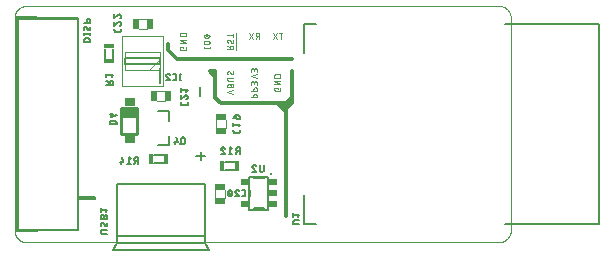
<source format=gbo>
G75*
%MOIN*%
%OFA0B0*%
%FSLAX25Y25*%
%IPPOS*%
%LPD*%
%AMOC8*
5,1,8,0,0,1.08239X$1,22.5*
%
%ADD10C,0.00000*%
%ADD11C,0.00400*%
%ADD12C,0.00800*%
%ADD13C,0.01200*%
%ADD14R,0.03740X0.01969*%
%ADD15C,0.00500*%
%ADD16R,0.01969X0.03740*%
%ADD17C,0.01000*%
%ADD18R,0.03346X0.02953*%
%ADD19R,0.05315X0.03543*%
%ADD20C,0.00600*%
%ADD21C,0.00197*%
%ADD22C,0.00394*%
%ADD23C,0.00787*%
%ADD24R,0.03400X0.01600*%
%ADD25R,0.01600X0.03400*%
%ADD26C,0.01000*%
%ADD27R,0.02559X0.01969*%
D10*
X0025622Y0017748D02*
X0183102Y0017748D01*
X0183226Y0017750D01*
X0183349Y0017756D01*
X0183473Y0017765D01*
X0183595Y0017779D01*
X0183718Y0017796D01*
X0183840Y0017818D01*
X0183961Y0017843D01*
X0184081Y0017872D01*
X0184200Y0017904D01*
X0184319Y0017941D01*
X0184436Y0017981D01*
X0184551Y0018024D01*
X0184666Y0018072D01*
X0184778Y0018123D01*
X0184889Y0018177D01*
X0184999Y0018235D01*
X0185106Y0018296D01*
X0185212Y0018361D01*
X0185315Y0018429D01*
X0185416Y0018500D01*
X0185515Y0018574D01*
X0185612Y0018651D01*
X0185706Y0018732D01*
X0185797Y0018815D01*
X0185886Y0018901D01*
X0185972Y0018990D01*
X0186055Y0019081D01*
X0186136Y0019175D01*
X0186213Y0019272D01*
X0186287Y0019371D01*
X0186358Y0019472D01*
X0186426Y0019575D01*
X0186491Y0019681D01*
X0186552Y0019788D01*
X0186610Y0019898D01*
X0186664Y0020009D01*
X0186715Y0020121D01*
X0186763Y0020236D01*
X0186806Y0020351D01*
X0186846Y0020468D01*
X0186883Y0020587D01*
X0186915Y0020706D01*
X0186944Y0020826D01*
X0186969Y0020947D01*
X0186991Y0021069D01*
X0187008Y0021192D01*
X0187022Y0021314D01*
X0187031Y0021438D01*
X0187037Y0021561D01*
X0187039Y0021685D01*
X0187039Y0092551D01*
X0187037Y0092675D01*
X0187031Y0092798D01*
X0187022Y0092922D01*
X0187008Y0093044D01*
X0186991Y0093167D01*
X0186969Y0093289D01*
X0186944Y0093410D01*
X0186915Y0093530D01*
X0186883Y0093649D01*
X0186846Y0093768D01*
X0186806Y0093885D01*
X0186763Y0094000D01*
X0186715Y0094115D01*
X0186664Y0094227D01*
X0186610Y0094338D01*
X0186552Y0094448D01*
X0186491Y0094555D01*
X0186426Y0094661D01*
X0186358Y0094764D01*
X0186287Y0094865D01*
X0186213Y0094964D01*
X0186136Y0095061D01*
X0186055Y0095155D01*
X0185972Y0095246D01*
X0185886Y0095335D01*
X0185797Y0095421D01*
X0185706Y0095504D01*
X0185612Y0095585D01*
X0185515Y0095662D01*
X0185416Y0095736D01*
X0185315Y0095807D01*
X0185212Y0095875D01*
X0185106Y0095940D01*
X0184999Y0096001D01*
X0184889Y0096059D01*
X0184778Y0096113D01*
X0184666Y0096164D01*
X0184551Y0096212D01*
X0184436Y0096255D01*
X0184319Y0096295D01*
X0184200Y0096332D01*
X0184081Y0096364D01*
X0183961Y0096393D01*
X0183840Y0096418D01*
X0183718Y0096440D01*
X0183595Y0096457D01*
X0183473Y0096471D01*
X0183349Y0096480D01*
X0183226Y0096486D01*
X0183102Y0096488D01*
X0025622Y0096488D01*
X0025498Y0096486D01*
X0025375Y0096480D01*
X0025251Y0096471D01*
X0025129Y0096457D01*
X0025006Y0096440D01*
X0024884Y0096418D01*
X0024763Y0096393D01*
X0024643Y0096364D01*
X0024524Y0096332D01*
X0024405Y0096295D01*
X0024288Y0096255D01*
X0024173Y0096212D01*
X0024058Y0096164D01*
X0023946Y0096113D01*
X0023835Y0096059D01*
X0023725Y0096001D01*
X0023618Y0095940D01*
X0023512Y0095875D01*
X0023409Y0095807D01*
X0023308Y0095736D01*
X0023209Y0095662D01*
X0023112Y0095585D01*
X0023018Y0095504D01*
X0022927Y0095421D01*
X0022838Y0095335D01*
X0022752Y0095246D01*
X0022669Y0095155D01*
X0022588Y0095061D01*
X0022511Y0094964D01*
X0022437Y0094865D01*
X0022366Y0094764D01*
X0022298Y0094661D01*
X0022233Y0094555D01*
X0022172Y0094448D01*
X0022114Y0094338D01*
X0022060Y0094227D01*
X0022009Y0094115D01*
X0021961Y0094000D01*
X0021918Y0093885D01*
X0021878Y0093768D01*
X0021841Y0093649D01*
X0021809Y0093530D01*
X0021780Y0093410D01*
X0021755Y0093289D01*
X0021733Y0093167D01*
X0021716Y0093044D01*
X0021702Y0092922D01*
X0021693Y0092798D01*
X0021687Y0092675D01*
X0021685Y0092551D01*
X0021685Y0021685D01*
X0021687Y0021561D01*
X0021693Y0021438D01*
X0021702Y0021314D01*
X0021716Y0021192D01*
X0021733Y0021069D01*
X0021755Y0020947D01*
X0021780Y0020826D01*
X0021809Y0020706D01*
X0021841Y0020587D01*
X0021878Y0020468D01*
X0021918Y0020351D01*
X0021961Y0020236D01*
X0022009Y0020121D01*
X0022060Y0020009D01*
X0022114Y0019898D01*
X0022172Y0019788D01*
X0022233Y0019681D01*
X0022298Y0019575D01*
X0022366Y0019472D01*
X0022437Y0019371D01*
X0022511Y0019272D01*
X0022588Y0019175D01*
X0022669Y0019081D01*
X0022752Y0018990D01*
X0022838Y0018901D01*
X0022927Y0018815D01*
X0023018Y0018732D01*
X0023112Y0018651D01*
X0023209Y0018574D01*
X0023308Y0018500D01*
X0023409Y0018429D01*
X0023512Y0018361D01*
X0023618Y0018296D01*
X0023725Y0018235D01*
X0023835Y0018177D01*
X0023946Y0018123D01*
X0024058Y0018072D01*
X0024173Y0018024D01*
X0024288Y0017981D01*
X0024405Y0017941D01*
X0024524Y0017904D01*
X0024643Y0017872D01*
X0024763Y0017843D01*
X0024884Y0017818D01*
X0025006Y0017796D01*
X0025129Y0017779D01*
X0025251Y0017765D01*
X0025375Y0017756D01*
X0025498Y0017750D01*
X0025622Y0017748D01*
D11*
X0088343Y0032449D02*
X0088343Y0035252D01*
X0091693Y0035252D02*
X0091693Y0032449D01*
X0092283Y0055717D02*
X0092283Y0058520D01*
X0088933Y0058520D02*
X0088933Y0055717D01*
X0071945Y0064669D02*
X0069142Y0064669D01*
X0069142Y0068020D02*
X0071945Y0068020D01*
X0092535Y0067677D02*
X0094535Y0068344D01*
X0094535Y0069403D02*
X0092535Y0069403D01*
X0092535Y0069959D01*
X0092537Y0070005D01*
X0092543Y0070051D01*
X0092552Y0070095D01*
X0092565Y0070140D01*
X0092582Y0070182D01*
X0092602Y0070224D01*
X0092626Y0070263D01*
X0092652Y0070301D01*
X0092682Y0070336D01*
X0092714Y0070368D01*
X0092749Y0070398D01*
X0092787Y0070424D01*
X0092826Y0070448D01*
X0092868Y0070468D01*
X0092910Y0070485D01*
X0092955Y0070498D01*
X0092999Y0070507D01*
X0093045Y0070513D01*
X0093091Y0070515D01*
X0093137Y0070513D01*
X0093183Y0070507D01*
X0093227Y0070498D01*
X0093272Y0070485D01*
X0093314Y0070468D01*
X0093356Y0070448D01*
X0093395Y0070424D01*
X0093433Y0070398D01*
X0093468Y0070368D01*
X0093500Y0070336D01*
X0093530Y0070301D01*
X0093556Y0070263D01*
X0093580Y0070224D01*
X0093600Y0070182D01*
X0093617Y0070140D01*
X0093630Y0070095D01*
X0093639Y0070051D01*
X0093645Y0070005D01*
X0093647Y0069959D01*
X0093647Y0069403D01*
X0093647Y0069959D02*
X0093649Y0070000D01*
X0093655Y0070041D01*
X0093664Y0070081D01*
X0093677Y0070119D01*
X0093694Y0070157D01*
X0093714Y0070193D01*
X0093737Y0070227D01*
X0093763Y0070258D01*
X0093792Y0070287D01*
X0093823Y0070313D01*
X0093857Y0070336D01*
X0093893Y0070356D01*
X0093931Y0070373D01*
X0093969Y0070386D01*
X0094009Y0070395D01*
X0094050Y0070401D01*
X0094091Y0070403D01*
X0094132Y0070401D01*
X0094173Y0070395D01*
X0094213Y0070386D01*
X0094251Y0070373D01*
X0094289Y0070356D01*
X0094325Y0070336D01*
X0094359Y0070313D01*
X0094390Y0070287D01*
X0094419Y0070258D01*
X0094445Y0070227D01*
X0094468Y0070193D01*
X0094488Y0070157D01*
X0094505Y0070119D01*
X0094518Y0070081D01*
X0094527Y0070041D01*
X0094533Y0070000D01*
X0094535Y0069959D01*
X0094535Y0069403D01*
X0094535Y0067011D02*
X0092535Y0067677D01*
X0093091Y0071514D02*
X0094535Y0071514D01*
X0094535Y0072625D02*
X0093091Y0072625D01*
X0093045Y0072623D01*
X0092999Y0072617D01*
X0092955Y0072608D01*
X0092910Y0072595D01*
X0092868Y0072578D01*
X0092826Y0072558D01*
X0092787Y0072534D01*
X0092749Y0072508D01*
X0092714Y0072478D01*
X0092682Y0072446D01*
X0092652Y0072411D01*
X0092626Y0072373D01*
X0092602Y0072334D01*
X0092582Y0072292D01*
X0092565Y0072250D01*
X0092552Y0072205D01*
X0092543Y0072161D01*
X0092537Y0072115D01*
X0092535Y0072069D01*
X0092537Y0072023D01*
X0092543Y0071977D01*
X0092552Y0071933D01*
X0092565Y0071888D01*
X0092582Y0071846D01*
X0092602Y0071804D01*
X0092626Y0071765D01*
X0092652Y0071727D01*
X0092682Y0071692D01*
X0092714Y0071660D01*
X0092749Y0071630D01*
X0092787Y0071604D01*
X0092826Y0071580D01*
X0092868Y0071560D01*
X0092910Y0071543D01*
X0092955Y0071530D01*
X0092999Y0071521D01*
X0093045Y0071515D01*
X0093091Y0071513D01*
X0093702Y0073951D02*
X0093369Y0074563D01*
X0092535Y0074340D02*
X0092537Y0074283D01*
X0092542Y0074226D01*
X0092551Y0074170D01*
X0092563Y0074114D01*
X0092578Y0074059D01*
X0092597Y0074005D01*
X0092619Y0073953D01*
X0092644Y0073901D01*
X0092672Y0073852D01*
X0092703Y0073804D01*
X0092737Y0073758D01*
X0092774Y0073715D01*
X0092813Y0073673D01*
X0093369Y0074562D02*
X0093347Y0074595D01*
X0093323Y0074625D01*
X0093297Y0074654D01*
X0093268Y0074680D01*
X0093237Y0074704D01*
X0093204Y0074725D01*
X0093169Y0074742D01*
X0093133Y0074757D01*
X0093096Y0074769D01*
X0093058Y0074777D01*
X0093019Y0074782D01*
X0092980Y0074784D01*
X0092939Y0074782D01*
X0092898Y0074776D01*
X0092858Y0074767D01*
X0092820Y0074754D01*
X0092782Y0074737D01*
X0092746Y0074717D01*
X0092712Y0074694D01*
X0092681Y0074668D01*
X0092652Y0074639D01*
X0092626Y0074608D01*
X0092603Y0074574D01*
X0092583Y0074538D01*
X0092566Y0074500D01*
X0092553Y0074462D01*
X0092544Y0074422D01*
X0092538Y0074381D01*
X0092536Y0074340D01*
X0094368Y0074674D02*
X0094399Y0074630D01*
X0094427Y0074584D01*
X0094452Y0074537D01*
X0094474Y0074488D01*
X0094492Y0074437D01*
X0094508Y0074386D01*
X0094520Y0074334D01*
X0094528Y0074281D01*
X0094533Y0074228D01*
X0094535Y0074174D01*
X0094533Y0074133D01*
X0094527Y0074092D01*
X0094518Y0074053D01*
X0094505Y0074014D01*
X0094488Y0073976D01*
X0094469Y0073940D01*
X0094445Y0073906D01*
X0094419Y0073875D01*
X0094390Y0073846D01*
X0094359Y0073820D01*
X0094325Y0073797D01*
X0094289Y0073777D01*
X0094251Y0073760D01*
X0094213Y0073747D01*
X0094173Y0073738D01*
X0094132Y0073732D01*
X0094091Y0073730D01*
X0094052Y0073732D01*
X0094013Y0073737D01*
X0093975Y0073745D01*
X0093938Y0073757D01*
X0093902Y0073772D01*
X0093867Y0073789D01*
X0093834Y0073810D01*
X0093803Y0073834D01*
X0093774Y0073860D01*
X0093748Y0073889D01*
X0093724Y0073919D01*
X0093702Y0073952D01*
X0100409Y0074601D02*
X0100409Y0075157D01*
X0100411Y0075203D01*
X0100417Y0075249D01*
X0100426Y0075293D01*
X0100439Y0075338D01*
X0100456Y0075380D01*
X0100476Y0075422D01*
X0100500Y0075461D01*
X0100526Y0075499D01*
X0100556Y0075534D01*
X0100588Y0075566D01*
X0100623Y0075596D01*
X0100661Y0075622D01*
X0100700Y0075646D01*
X0100742Y0075666D01*
X0100784Y0075683D01*
X0100829Y0075696D01*
X0100873Y0075705D01*
X0100919Y0075711D01*
X0100965Y0075713D01*
X0101011Y0075711D01*
X0101057Y0075705D01*
X0101101Y0075696D01*
X0101146Y0075683D01*
X0101188Y0075666D01*
X0101230Y0075646D01*
X0101269Y0075622D01*
X0101307Y0075596D01*
X0101342Y0075566D01*
X0101374Y0075534D01*
X0101404Y0075499D01*
X0101430Y0075461D01*
X0101454Y0075422D01*
X0101474Y0075380D01*
X0101491Y0075338D01*
X0101504Y0075293D01*
X0101513Y0075249D01*
X0101519Y0075203D01*
X0101521Y0075157D01*
X0101521Y0075268D02*
X0101521Y0074824D01*
X0101521Y0075268D02*
X0101523Y0075309D01*
X0101529Y0075350D01*
X0101538Y0075390D01*
X0101551Y0075428D01*
X0101568Y0075466D01*
X0101588Y0075502D01*
X0101611Y0075536D01*
X0101637Y0075567D01*
X0101666Y0075596D01*
X0101697Y0075622D01*
X0101731Y0075645D01*
X0101767Y0075665D01*
X0101805Y0075682D01*
X0101843Y0075695D01*
X0101883Y0075704D01*
X0101924Y0075710D01*
X0101965Y0075712D01*
X0102006Y0075710D01*
X0102047Y0075704D01*
X0102087Y0075695D01*
X0102125Y0075682D01*
X0102163Y0075665D01*
X0102199Y0075645D01*
X0102233Y0075622D01*
X0102264Y0075596D01*
X0102293Y0075567D01*
X0102319Y0075536D01*
X0102342Y0075502D01*
X0102362Y0075466D01*
X0102379Y0075428D01*
X0102392Y0075390D01*
X0102401Y0075350D01*
X0102407Y0075309D01*
X0102409Y0075268D01*
X0102409Y0074601D01*
X0102409Y0073664D02*
X0100409Y0072997D01*
X0102409Y0072330D01*
X0102409Y0070948D02*
X0102409Y0070281D01*
X0102409Y0070948D02*
X0102407Y0070989D01*
X0102401Y0071030D01*
X0102392Y0071070D01*
X0102379Y0071108D01*
X0102362Y0071146D01*
X0102342Y0071182D01*
X0102319Y0071216D01*
X0102293Y0071247D01*
X0102264Y0071276D01*
X0102233Y0071302D01*
X0102199Y0071325D01*
X0102163Y0071345D01*
X0102125Y0071362D01*
X0102087Y0071375D01*
X0102047Y0071384D01*
X0102006Y0071390D01*
X0101965Y0071392D01*
X0101924Y0071390D01*
X0101883Y0071384D01*
X0101843Y0071375D01*
X0101805Y0071362D01*
X0101767Y0071345D01*
X0101731Y0071325D01*
X0101697Y0071302D01*
X0101666Y0071276D01*
X0101637Y0071247D01*
X0101611Y0071216D01*
X0101588Y0071182D01*
X0101568Y0071146D01*
X0101551Y0071108D01*
X0101538Y0071070D01*
X0101529Y0071030D01*
X0101523Y0070989D01*
X0101521Y0070948D01*
X0101521Y0070504D01*
X0101521Y0070837D02*
X0101519Y0070883D01*
X0101513Y0070929D01*
X0101504Y0070973D01*
X0101491Y0071018D01*
X0101474Y0071060D01*
X0101454Y0071102D01*
X0101430Y0071141D01*
X0101404Y0071179D01*
X0101374Y0071214D01*
X0101342Y0071246D01*
X0101307Y0071276D01*
X0101269Y0071302D01*
X0101230Y0071326D01*
X0101188Y0071346D01*
X0101146Y0071363D01*
X0101101Y0071376D01*
X0101057Y0071385D01*
X0101011Y0071391D01*
X0100965Y0071393D01*
X0100919Y0071391D01*
X0100873Y0071385D01*
X0100829Y0071376D01*
X0100784Y0071363D01*
X0100742Y0071346D01*
X0100700Y0071326D01*
X0100661Y0071302D01*
X0100623Y0071276D01*
X0100588Y0071246D01*
X0100556Y0071214D01*
X0100526Y0071179D01*
X0100500Y0071141D01*
X0100476Y0071102D01*
X0100456Y0071060D01*
X0100439Y0071018D01*
X0100426Y0070973D01*
X0100417Y0070929D01*
X0100411Y0070883D01*
X0100409Y0070837D01*
X0100409Y0070281D01*
X0101298Y0068798D02*
X0101298Y0068243D01*
X0101298Y0068798D02*
X0101300Y0068844D01*
X0101306Y0068890D01*
X0101315Y0068934D01*
X0101328Y0068979D01*
X0101345Y0069021D01*
X0101365Y0069063D01*
X0101389Y0069102D01*
X0101415Y0069140D01*
X0101445Y0069175D01*
X0101477Y0069207D01*
X0101512Y0069237D01*
X0101550Y0069263D01*
X0101589Y0069287D01*
X0101631Y0069307D01*
X0101673Y0069324D01*
X0101718Y0069337D01*
X0101762Y0069346D01*
X0101808Y0069352D01*
X0101854Y0069354D01*
X0101900Y0069352D01*
X0101946Y0069346D01*
X0101990Y0069337D01*
X0102035Y0069324D01*
X0102077Y0069307D01*
X0102119Y0069287D01*
X0102158Y0069263D01*
X0102196Y0069237D01*
X0102231Y0069207D01*
X0102263Y0069175D01*
X0102293Y0069140D01*
X0102319Y0069102D01*
X0102343Y0069063D01*
X0102363Y0069021D01*
X0102380Y0068979D01*
X0102393Y0068934D01*
X0102402Y0068890D01*
X0102408Y0068844D01*
X0102410Y0068798D01*
X0102409Y0068798D02*
X0102409Y0068243D01*
X0100409Y0068243D01*
X0101298Y0066638D02*
X0101298Y0066083D01*
X0101298Y0066638D02*
X0101300Y0066684D01*
X0101306Y0066730D01*
X0101315Y0066774D01*
X0101328Y0066819D01*
X0101345Y0066861D01*
X0101365Y0066903D01*
X0101389Y0066942D01*
X0101415Y0066980D01*
X0101445Y0067015D01*
X0101477Y0067047D01*
X0101512Y0067077D01*
X0101550Y0067103D01*
X0101589Y0067127D01*
X0101631Y0067147D01*
X0101673Y0067164D01*
X0101718Y0067177D01*
X0101762Y0067186D01*
X0101808Y0067192D01*
X0101854Y0067194D01*
X0101900Y0067192D01*
X0101946Y0067186D01*
X0101990Y0067177D01*
X0102035Y0067164D01*
X0102077Y0067147D01*
X0102119Y0067127D01*
X0102158Y0067103D01*
X0102196Y0067077D01*
X0102231Y0067047D01*
X0102263Y0067015D01*
X0102293Y0066980D01*
X0102319Y0066942D01*
X0102343Y0066903D01*
X0102363Y0066861D01*
X0102380Y0066819D01*
X0102393Y0066774D01*
X0102402Y0066730D01*
X0102408Y0066684D01*
X0102410Y0066638D01*
X0102409Y0066638D02*
X0102409Y0066083D01*
X0100409Y0066083D01*
X0108283Y0068483D02*
X0108283Y0069149D01*
X0109395Y0069149D01*
X0109395Y0068816D01*
X0109839Y0068039D02*
X0109880Y0068041D01*
X0109921Y0068047D01*
X0109961Y0068056D01*
X0109999Y0068069D01*
X0110037Y0068086D01*
X0110073Y0068106D01*
X0110107Y0068129D01*
X0110138Y0068155D01*
X0110167Y0068184D01*
X0110193Y0068215D01*
X0110216Y0068249D01*
X0110236Y0068285D01*
X0110253Y0068323D01*
X0110266Y0068361D01*
X0110275Y0068401D01*
X0110281Y0068442D01*
X0110283Y0068483D01*
X0110283Y0069149D01*
X0110283Y0070342D02*
X0108283Y0070342D01*
X0108283Y0071453D02*
X0110283Y0071453D01*
X0110283Y0070342D02*
X0108283Y0071453D01*
X0108283Y0072646D02*
X0108283Y0073202D01*
X0108283Y0072646D02*
X0110283Y0072646D01*
X0110283Y0073202D01*
X0110284Y0073202D02*
X0110282Y0073248D01*
X0110276Y0073294D01*
X0110267Y0073338D01*
X0110254Y0073383D01*
X0110237Y0073425D01*
X0110217Y0073467D01*
X0110193Y0073506D01*
X0110167Y0073544D01*
X0110137Y0073579D01*
X0110105Y0073611D01*
X0110070Y0073641D01*
X0110032Y0073667D01*
X0109993Y0073691D01*
X0109951Y0073711D01*
X0109909Y0073728D01*
X0109864Y0073741D01*
X0109820Y0073750D01*
X0109774Y0073756D01*
X0109728Y0073758D01*
X0109728Y0073757D02*
X0108839Y0073757D01*
X0108839Y0073758D02*
X0108793Y0073756D01*
X0108747Y0073750D01*
X0108703Y0073741D01*
X0108658Y0073728D01*
X0108616Y0073711D01*
X0108574Y0073691D01*
X0108535Y0073667D01*
X0108497Y0073641D01*
X0108462Y0073611D01*
X0108430Y0073579D01*
X0108400Y0073544D01*
X0108374Y0073506D01*
X0108350Y0073467D01*
X0108330Y0073425D01*
X0108313Y0073383D01*
X0108300Y0073338D01*
X0108291Y0073294D01*
X0108285Y0073248D01*
X0108283Y0073202D01*
X0108284Y0068483D02*
X0108286Y0068442D01*
X0108292Y0068401D01*
X0108301Y0068361D01*
X0108314Y0068323D01*
X0108331Y0068285D01*
X0108351Y0068249D01*
X0108374Y0068215D01*
X0108400Y0068184D01*
X0108429Y0068155D01*
X0108460Y0068129D01*
X0108494Y0068106D01*
X0108530Y0068086D01*
X0108568Y0068069D01*
X0108606Y0068056D01*
X0108646Y0068047D01*
X0108687Y0068041D01*
X0108728Y0068039D01*
X0108728Y0068038D02*
X0109839Y0068038D01*
X0095335Y0081916D02*
X0095335Y0087438D01*
X0094535Y0087238D02*
X0094535Y0086127D01*
X0094535Y0086682D02*
X0092535Y0086682D01*
X0093369Y0085072D02*
X0093702Y0084461D01*
X0094535Y0084683D02*
X0094533Y0084737D01*
X0094528Y0084790D01*
X0094520Y0084843D01*
X0094508Y0084895D01*
X0094492Y0084946D01*
X0094474Y0084997D01*
X0094452Y0085046D01*
X0094427Y0085093D01*
X0094399Y0085139D01*
X0094368Y0085183D01*
X0093702Y0084461D02*
X0093724Y0084428D01*
X0093748Y0084398D01*
X0093774Y0084369D01*
X0093803Y0084343D01*
X0093834Y0084319D01*
X0093867Y0084298D01*
X0093902Y0084281D01*
X0093938Y0084266D01*
X0093975Y0084254D01*
X0094013Y0084246D01*
X0094052Y0084241D01*
X0094091Y0084239D01*
X0094132Y0084241D01*
X0094173Y0084247D01*
X0094213Y0084256D01*
X0094251Y0084269D01*
X0094289Y0084286D01*
X0094325Y0084306D01*
X0094359Y0084329D01*
X0094390Y0084355D01*
X0094419Y0084384D01*
X0094445Y0084415D01*
X0094469Y0084449D01*
X0094488Y0084485D01*
X0094505Y0084523D01*
X0094518Y0084562D01*
X0094527Y0084601D01*
X0094533Y0084642D01*
X0094535Y0084683D01*
X0092813Y0084183D02*
X0092774Y0084225D01*
X0092737Y0084268D01*
X0092703Y0084314D01*
X0092672Y0084362D01*
X0092644Y0084411D01*
X0092619Y0084463D01*
X0092597Y0084515D01*
X0092578Y0084569D01*
X0092563Y0084624D01*
X0092551Y0084680D01*
X0092542Y0084736D01*
X0092537Y0084793D01*
X0092535Y0084850D01*
X0092536Y0084850D02*
X0092538Y0084891D01*
X0092544Y0084932D01*
X0092553Y0084972D01*
X0092566Y0085010D01*
X0092583Y0085048D01*
X0092603Y0085084D01*
X0092626Y0085118D01*
X0092652Y0085149D01*
X0092681Y0085178D01*
X0092712Y0085204D01*
X0092746Y0085227D01*
X0092782Y0085247D01*
X0092820Y0085264D01*
X0092858Y0085277D01*
X0092898Y0085286D01*
X0092939Y0085292D01*
X0092980Y0085294D01*
X0093019Y0085292D01*
X0093058Y0085287D01*
X0093096Y0085279D01*
X0093133Y0085267D01*
X0093169Y0085252D01*
X0093204Y0085235D01*
X0093237Y0085214D01*
X0093268Y0085190D01*
X0093297Y0085164D01*
X0093323Y0085135D01*
X0093347Y0085105D01*
X0093369Y0085072D01*
X0092535Y0083227D02*
X0093424Y0082783D01*
X0093424Y0082672D02*
X0093424Y0082116D01*
X0093424Y0082672D02*
X0093426Y0082718D01*
X0093432Y0082764D01*
X0093441Y0082808D01*
X0093454Y0082853D01*
X0093471Y0082895D01*
X0093491Y0082937D01*
X0093515Y0082976D01*
X0093541Y0083014D01*
X0093571Y0083049D01*
X0093603Y0083081D01*
X0093638Y0083111D01*
X0093676Y0083137D01*
X0093715Y0083161D01*
X0093757Y0083181D01*
X0093799Y0083198D01*
X0093844Y0083211D01*
X0093888Y0083220D01*
X0093934Y0083226D01*
X0093980Y0083228D01*
X0094026Y0083226D01*
X0094072Y0083220D01*
X0094116Y0083211D01*
X0094161Y0083198D01*
X0094203Y0083181D01*
X0094245Y0083161D01*
X0094284Y0083137D01*
X0094322Y0083111D01*
X0094357Y0083081D01*
X0094389Y0083049D01*
X0094419Y0083014D01*
X0094445Y0082976D01*
X0094469Y0082937D01*
X0094489Y0082895D01*
X0094506Y0082853D01*
X0094519Y0082808D01*
X0094528Y0082764D01*
X0094534Y0082718D01*
X0094536Y0082672D01*
X0094535Y0082672D02*
X0094535Y0082116D01*
X0092535Y0082116D01*
X0086661Y0082344D02*
X0086661Y0082789D01*
X0086661Y0082567D02*
X0084661Y0082567D01*
X0084661Y0082789D02*
X0084661Y0082344D01*
X0085217Y0083739D02*
X0086106Y0083739D01*
X0086152Y0083741D01*
X0086198Y0083747D01*
X0086242Y0083756D01*
X0086287Y0083769D01*
X0086329Y0083786D01*
X0086371Y0083806D01*
X0086410Y0083830D01*
X0086448Y0083856D01*
X0086483Y0083886D01*
X0086515Y0083918D01*
X0086545Y0083953D01*
X0086571Y0083991D01*
X0086595Y0084030D01*
X0086615Y0084072D01*
X0086632Y0084114D01*
X0086645Y0084159D01*
X0086654Y0084203D01*
X0086660Y0084249D01*
X0086662Y0084295D01*
X0086660Y0084341D01*
X0086654Y0084387D01*
X0086645Y0084431D01*
X0086632Y0084476D01*
X0086615Y0084518D01*
X0086595Y0084560D01*
X0086571Y0084599D01*
X0086545Y0084637D01*
X0086515Y0084672D01*
X0086483Y0084704D01*
X0086448Y0084734D01*
X0086410Y0084760D01*
X0086371Y0084784D01*
X0086329Y0084804D01*
X0086287Y0084821D01*
X0086242Y0084834D01*
X0086198Y0084843D01*
X0086152Y0084849D01*
X0086106Y0084851D01*
X0086106Y0084850D02*
X0085217Y0084850D01*
X0085217Y0084851D02*
X0085171Y0084849D01*
X0085125Y0084843D01*
X0085081Y0084834D01*
X0085036Y0084821D01*
X0084994Y0084804D01*
X0084952Y0084784D01*
X0084913Y0084760D01*
X0084875Y0084734D01*
X0084840Y0084704D01*
X0084808Y0084672D01*
X0084778Y0084637D01*
X0084752Y0084599D01*
X0084728Y0084560D01*
X0084708Y0084518D01*
X0084691Y0084476D01*
X0084678Y0084431D01*
X0084669Y0084387D01*
X0084663Y0084341D01*
X0084661Y0084295D01*
X0084663Y0084249D01*
X0084669Y0084203D01*
X0084678Y0084159D01*
X0084691Y0084114D01*
X0084708Y0084072D01*
X0084728Y0084030D01*
X0084752Y0083991D01*
X0084778Y0083953D01*
X0084808Y0083918D01*
X0084840Y0083886D01*
X0084875Y0083856D01*
X0084913Y0083830D01*
X0084952Y0083806D01*
X0084994Y0083786D01*
X0085036Y0083769D01*
X0085081Y0083756D01*
X0085125Y0083747D01*
X0085171Y0083741D01*
X0085217Y0083739D01*
X0084939Y0086843D02*
X0085007Y0086875D01*
X0085076Y0086903D01*
X0085146Y0086928D01*
X0085218Y0086949D01*
X0085290Y0086968D01*
X0085364Y0086983D01*
X0085437Y0086995D01*
X0085512Y0087003D01*
X0085586Y0087008D01*
X0085661Y0087010D01*
X0085661Y0085899D02*
X0085736Y0085901D01*
X0085810Y0085906D01*
X0085885Y0085914D01*
X0085958Y0085926D01*
X0086032Y0085941D01*
X0086104Y0085960D01*
X0086176Y0085981D01*
X0086246Y0086006D01*
X0086315Y0086034D01*
X0086383Y0086066D01*
X0086661Y0086454D02*
X0086659Y0086493D01*
X0086654Y0086532D01*
X0086644Y0086570D01*
X0086631Y0086607D01*
X0086615Y0086643D01*
X0086595Y0086677D01*
X0086573Y0086709D01*
X0086547Y0086738D01*
X0086519Y0086765D01*
X0086488Y0086789D01*
X0086455Y0086810D01*
X0086420Y0086828D01*
X0086383Y0086843D01*
X0086217Y0086899D02*
X0085106Y0086010D01*
X0084662Y0086454D02*
X0084664Y0086493D01*
X0084669Y0086532D01*
X0084679Y0086570D01*
X0084692Y0086607D01*
X0084708Y0086643D01*
X0084728Y0086677D01*
X0084750Y0086709D01*
X0084776Y0086738D01*
X0084804Y0086765D01*
X0084835Y0086789D01*
X0084868Y0086810D01*
X0084903Y0086828D01*
X0084940Y0086843D01*
X0084662Y0086454D02*
X0084664Y0086415D01*
X0084669Y0086376D01*
X0084679Y0086338D01*
X0084692Y0086301D01*
X0084708Y0086265D01*
X0084728Y0086231D01*
X0084750Y0086199D01*
X0084776Y0086170D01*
X0084804Y0086143D01*
X0084835Y0086119D01*
X0084868Y0086098D01*
X0084903Y0086080D01*
X0084940Y0086065D01*
X0085661Y0087010D02*
X0085736Y0087008D01*
X0085810Y0087003D01*
X0085885Y0086995D01*
X0085958Y0086983D01*
X0086032Y0086968D01*
X0086104Y0086949D01*
X0086176Y0086928D01*
X0086246Y0086903D01*
X0086315Y0086875D01*
X0086383Y0086843D01*
X0086661Y0086454D02*
X0086659Y0086415D01*
X0086654Y0086376D01*
X0086644Y0086338D01*
X0086631Y0086301D01*
X0086615Y0086265D01*
X0086595Y0086231D01*
X0086573Y0086199D01*
X0086547Y0086170D01*
X0086519Y0086143D01*
X0086488Y0086119D01*
X0086455Y0086098D01*
X0086420Y0086080D01*
X0086383Y0086065D01*
X0085661Y0085899D02*
X0085586Y0085901D01*
X0085512Y0085906D01*
X0085437Y0085914D01*
X0085364Y0085926D01*
X0085290Y0085941D01*
X0085218Y0085960D01*
X0085147Y0085981D01*
X0085076Y0086006D01*
X0085007Y0086034D01*
X0084939Y0086066D01*
X0078787Y0086426D02*
X0078787Y0086981D01*
X0078788Y0086981D02*
X0078786Y0087027D01*
X0078780Y0087073D01*
X0078771Y0087117D01*
X0078758Y0087162D01*
X0078741Y0087204D01*
X0078721Y0087246D01*
X0078697Y0087285D01*
X0078671Y0087323D01*
X0078641Y0087358D01*
X0078609Y0087390D01*
X0078574Y0087420D01*
X0078536Y0087446D01*
X0078497Y0087470D01*
X0078455Y0087490D01*
X0078413Y0087507D01*
X0078368Y0087520D01*
X0078324Y0087529D01*
X0078278Y0087535D01*
X0078232Y0087537D01*
X0077343Y0087537D01*
X0077297Y0087535D01*
X0077251Y0087529D01*
X0077207Y0087520D01*
X0077162Y0087507D01*
X0077120Y0087490D01*
X0077078Y0087470D01*
X0077039Y0087446D01*
X0077001Y0087420D01*
X0076966Y0087390D01*
X0076934Y0087358D01*
X0076904Y0087323D01*
X0076878Y0087285D01*
X0076854Y0087246D01*
X0076834Y0087204D01*
X0076817Y0087162D01*
X0076804Y0087117D01*
X0076795Y0087073D01*
X0076789Y0087027D01*
X0076787Y0086981D01*
X0076787Y0086426D01*
X0078787Y0086426D01*
X0078787Y0085233D02*
X0076787Y0085233D01*
X0078787Y0084122D01*
X0076787Y0084122D01*
X0076787Y0082929D02*
X0076787Y0082262D01*
X0076788Y0082262D02*
X0076790Y0082221D01*
X0076796Y0082180D01*
X0076805Y0082140D01*
X0076818Y0082102D01*
X0076835Y0082064D01*
X0076855Y0082028D01*
X0076878Y0081994D01*
X0076904Y0081963D01*
X0076933Y0081934D01*
X0076964Y0081908D01*
X0076998Y0081885D01*
X0077034Y0081865D01*
X0077072Y0081848D01*
X0077110Y0081835D01*
X0077150Y0081826D01*
X0077191Y0081820D01*
X0077232Y0081818D01*
X0078343Y0081818D01*
X0078384Y0081820D01*
X0078425Y0081826D01*
X0078465Y0081835D01*
X0078503Y0081848D01*
X0078541Y0081865D01*
X0078577Y0081885D01*
X0078611Y0081908D01*
X0078642Y0081934D01*
X0078671Y0081963D01*
X0078697Y0081994D01*
X0078720Y0082028D01*
X0078740Y0082064D01*
X0078757Y0082102D01*
X0078770Y0082140D01*
X0078779Y0082180D01*
X0078785Y0082221D01*
X0078787Y0082262D01*
X0078787Y0082929D01*
X0077899Y0082929D02*
X0077899Y0082595D01*
X0077899Y0082929D02*
X0076787Y0082929D01*
X0065882Y0088736D02*
X0063079Y0088736D01*
X0063079Y0092087D02*
X0065882Y0092087D01*
X0099729Y0087646D02*
X0101062Y0085646D01*
X0101979Y0085646D02*
X0102423Y0086535D01*
X0102534Y0086535D02*
X0103090Y0086535D01*
X0102534Y0086534D02*
X0102488Y0086536D01*
X0102442Y0086542D01*
X0102398Y0086551D01*
X0102353Y0086564D01*
X0102311Y0086581D01*
X0102269Y0086601D01*
X0102230Y0086625D01*
X0102192Y0086651D01*
X0102157Y0086681D01*
X0102125Y0086713D01*
X0102095Y0086748D01*
X0102069Y0086786D01*
X0102045Y0086825D01*
X0102025Y0086867D01*
X0102008Y0086909D01*
X0101995Y0086954D01*
X0101986Y0086998D01*
X0101980Y0087044D01*
X0101978Y0087090D01*
X0101980Y0087136D01*
X0101986Y0087182D01*
X0101995Y0087226D01*
X0102008Y0087271D01*
X0102025Y0087313D01*
X0102045Y0087355D01*
X0102069Y0087394D01*
X0102095Y0087432D01*
X0102125Y0087467D01*
X0102157Y0087499D01*
X0102192Y0087529D01*
X0102230Y0087555D01*
X0102269Y0087579D01*
X0102311Y0087599D01*
X0102353Y0087616D01*
X0102398Y0087629D01*
X0102442Y0087638D01*
X0102488Y0087644D01*
X0102534Y0087646D01*
X0103090Y0087646D01*
X0103090Y0085646D01*
X0101062Y0087646D02*
X0099729Y0085646D01*
X0107664Y0085646D02*
X0108998Y0087646D01*
X0109791Y0087646D02*
X0110903Y0087646D01*
X0110347Y0087646D02*
X0110347Y0085646D01*
X0108998Y0085646D02*
X0107664Y0087646D01*
D12*
X0083620Y0069345D02*
X0083620Y0066545D01*
X0083693Y0047815D02*
X0083693Y0045015D01*
X0085093Y0046415D02*
X0082293Y0046415D01*
X0101372Y0039087D02*
X0104754Y0039087D01*
X0100272Y0035143D02*
X0100272Y0033030D01*
X0101372Y0029087D02*
X0104754Y0029087D01*
D13*
X0112236Y0026606D02*
X0112236Y0061055D01*
X0112236Y0062039D01*
X0113220Y0063024D01*
X0111252Y0063024D01*
X0112236Y0062039D01*
X0112236Y0061055D02*
X0110268Y0063024D01*
X0111252Y0063024D01*
X0110268Y0063024D02*
X0109283Y0064008D01*
X0112236Y0064008D01*
X0114205Y0065976D01*
X0114205Y0064992D01*
X0113220Y0064008D01*
X0114205Y0064008D01*
X0113220Y0063024D01*
X0113220Y0064008D02*
X0112236Y0064008D01*
X0114205Y0064008D02*
X0114205Y0064992D01*
X0114205Y0065976D02*
X0114205Y0074835D01*
X0114205Y0078772D02*
X0075819Y0078772D01*
X0072866Y0081724D01*
X0072866Y0083693D01*
X0086646Y0074835D02*
X0088614Y0072866D01*
X0088614Y0074835D01*
X0086646Y0074835D01*
X0088614Y0072866D02*
X0088614Y0065976D01*
X0090583Y0064008D01*
X0109283Y0064008D01*
D14*
X0090603Y0059403D03*
X0090603Y0054803D03*
X0090012Y0036135D03*
X0090012Y0031535D03*
D15*
X0093849Y0033319D02*
X0093884Y0033396D01*
X0093916Y0033474D01*
X0093944Y0033554D01*
X0093969Y0033634D01*
X0093989Y0033716D01*
X0094006Y0033799D01*
X0094020Y0033882D01*
X0094029Y0033966D01*
X0094035Y0034050D01*
X0094037Y0034134D01*
X0092784Y0034134D02*
X0092786Y0034218D01*
X0092792Y0034302D01*
X0092801Y0034386D01*
X0092815Y0034469D01*
X0092832Y0034552D01*
X0092852Y0034634D01*
X0092877Y0034714D01*
X0092905Y0034794D01*
X0092937Y0034872D01*
X0092972Y0034949D01*
X0092909Y0034760D02*
X0093912Y0033507D01*
X0093411Y0033006D02*
X0093370Y0033008D01*
X0093329Y0033013D01*
X0093289Y0033022D01*
X0093250Y0033035D01*
X0093212Y0033051D01*
X0093176Y0033070D01*
X0093141Y0033092D01*
X0093109Y0033118D01*
X0093079Y0033146D01*
X0093052Y0033177D01*
X0093027Y0033209D01*
X0093005Y0033244D01*
X0092987Y0033281D01*
X0092972Y0033320D01*
X0093411Y0033006D02*
X0093452Y0033008D01*
X0093493Y0033013D01*
X0093533Y0033022D01*
X0093572Y0033035D01*
X0093610Y0033051D01*
X0093646Y0033070D01*
X0093681Y0033092D01*
X0093713Y0033118D01*
X0093743Y0033146D01*
X0093770Y0033177D01*
X0093795Y0033209D01*
X0093817Y0033244D01*
X0093835Y0033281D01*
X0093850Y0033320D01*
X0092972Y0033319D02*
X0092937Y0033396D01*
X0092905Y0033474D01*
X0092877Y0033554D01*
X0092852Y0033634D01*
X0092832Y0033716D01*
X0092815Y0033799D01*
X0092801Y0033882D01*
X0092792Y0033966D01*
X0092786Y0034050D01*
X0092784Y0034134D01*
X0094037Y0034134D02*
X0094035Y0034218D01*
X0094029Y0034302D01*
X0094020Y0034386D01*
X0094006Y0034469D01*
X0093989Y0034552D01*
X0093969Y0034634D01*
X0093944Y0034714D01*
X0093916Y0034794D01*
X0093884Y0034872D01*
X0093849Y0034949D01*
X0093411Y0035262D02*
X0093370Y0035260D01*
X0093329Y0035255D01*
X0093289Y0035246D01*
X0093250Y0035233D01*
X0093212Y0035217D01*
X0093176Y0035198D01*
X0093141Y0035176D01*
X0093109Y0035150D01*
X0093079Y0035122D01*
X0093052Y0035091D01*
X0093027Y0035059D01*
X0093005Y0035024D01*
X0092987Y0034987D01*
X0092972Y0034948D01*
X0093411Y0035262D02*
X0093452Y0035260D01*
X0093493Y0035255D01*
X0093533Y0035246D01*
X0093572Y0035233D01*
X0093610Y0035217D01*
X0093646Y0035198D01*
X0093681Y0035176D01*
X0093713Y0035150D01*
X0093743Y0035122D01*
X0093770Y0035091D01*
X0093795Y0035058D01*
X0093817Y0035023D01*
X0093835Y0034987D01*
X0093850Y0034948D01*
X0095452Y0034259D02*
X0096518Y0033006D01*
X0095264Y0033006D01*
X0097594Y0033006D02*
X0098095Y0033006D01*
X0098139Y0033008D01*
X0098182Y0033014D01*
X0098225Y0033023D01*
X0098266Y0033036D01*
X0098307Y0033053D01*
X0098346Y0033073D01*
X0098382Y0033097D01*
X0098417Y0033123D01*
X0098449Y0033153D01*
X0098479Y0033185D01*
X0098505Y0033220D01*
X0098529Y0033257D01*
X0098549Y0033295D01*
X0098566Y0033336D01*
X0098579Y0033377D01*
X0098588Y0033420D01*
X0098594Y0033463D01*
X0098596Y0033507D01*
X0098596Y0034760D01*
X0098594Y0034804D01*
X0098588Y0034847D01*
X0098579Y0034890D01*
X0098566Y0034931D01*
X0098549Y0034972D01*
X0098529Y0035011D01*
X0098505Y0035047D01*
X0098479Y0035082D01*
X0098449Y0035114D01*
X0098417Y0035144D01*
X0098382Y0035170D01*
X0098346Y0035194D01*
X0098307Y0035214D01*
X0098266Y0035231D01*
X0098225Y0035244D01*
X0098182Y0035253D01*
X0098139Y0035259D01*
X0098095Y0035261D01*
X0098095Y0035262D02*
X0097594Y0035262D01*
X0095452Y0034259D02*
X0095421Y0034291D01*
X0095392Y0034325D01*
X0095366Y0034361D01*
X0095343Y0034399D01*
X0095322Y0034439D01*
X0095305Y0034480D01*
X0095290Y0034522D01*
X0095279Y0034565D01*
X0095271Y0034609D01*
X0095266Y0034653D01*
X0095264Y0034698D01*
X0095266Y0034745D01*
X0095272Y0034791D01*
X0095281Y0034836D01*
X0095295Y0034881D01*
X0095312Y0034925D01*
X0095332Y0034966D01*
X0095356Y0035006D01*
X0095383Y0035044D01*
X0095413Y0035080D01*
X0095446Y0035113D01*
X0095482Y0035143D01*
X0095520Y0035170D01*
X0095560Y0035194D01*
X0095601Y0035214D01*
X0095645Y0035231D01*
X0095690Y0035245D01*
X0095735Y0035254D01*
X0095781Y0035260D01*
X0095828Y0035262D01*
X0095879Y0035260D01*
X0095929Y0035255D01*
X0095979Y0035246D01*
X0096028Y0035234D01*
X0096076Y0035218D01*
X0096123Y0035199D01*
X0096169Y0035177D01*
X0096212Y0035152D01*
X0096254Y0035123D01*
X0096294Y0035092D01*
X0096332Y0035058D01*
X0096367Y0035022D01*
X0096400Y0034983D01*
X0096429Y0034942D01*
X0096456Y0034899D01*
X0096480Y0034854D01*
X0096500Y0034808D01*
X0096518Y0034760D01*
X0084992Y0037157D02*
X0084992Y0031055D01*
X0084992Y0037157D02*
X0083417Y0037157D01*
X0084992Y0037157D02*
X0055858Y0037157D01*
X0055858Y0030661D01*
X0052577Y0028562D02*
X0050321Y0028562D01*
X0050321Y0029188D02*
X0050321Y0027935D01*
X0052075Y0027935D02*
X0052577Y0028562D01*
X0052577Y0026224D02*
X0052577Y0025597D01*
X0050321Y0025597D01*
X0050321Y0026224D01*
X0050323Y0026273D01*
X0050329Y0026322D01*
X0050338Y0026370D01*
X0050352Y0026418D01*
X0050369Y0026464D01*
X0050389Y0026509D01*
X0050413Y0026552D01*
X0050441Y0026593D01*
X0050471Y0026631D01*
X0050505Y0026667D01*
X0050541Y0026701D01*
X0050579Y0026731D01*
X0050620Y0026759D01*
X0050663Y0026783D01*
X0050708Y0026803D01*
X0050754Y0026820D01*
X0050802Y0026834D01*
X0050850Y0026843D01*
X0050899Y0026849D01*
X0050948Y0026851D01*
X0050997Y0026849D01*
X0051046Y0026843D01*
X0051094Y0026834D01*
X0051142Y0026820D01*
X0051188Y0026803D01*
X0051233Y0026783D01*
X0051276Y0026759D01*
X0051317Y0026731D01*
X0051355Y0026701D01*
X0051391Y0026667D01*
X0051425Y0026631D01*
X0051455Y0026593D01*
X0051483Y0026552D01*
X0051507Y0026509D01*
X0051527Y0026464D01*
X0051544Y0026418D01*
X0051558Y0026370D01*
X0051567Y0026322D01*
X0051573Y0026273D01*
X0051575Y0026224D01*
X0051574Y0026224D02*
X0051574Y0025597D01*
X0051574Y0026224D02*
X0051576Y0026268D01*
X0051582Y0026311D01*
X0051591Y0026354D01*
X0051604Y0026395D01*
X0051621Y0026436D01*
X0051641Y0026475D01*
X0051665Y0026511D01*
X0051691Y0026546D01*
X0051721Y0026578D01*
X0051753Y0026608D01*
X0051788Y0026634D01*
X0051825Y0026658D01*
X0051863Y0026678D01*
X0051904Y0026695D01*
X0051945Y0026708D01*
X0051988Y0026717D01*
X0052031Y0026723D01*
X0052075Y0026725D01*
X0052119Y0026723D01*
X0052162Y0026717D01*
X0052205Y0026708D01*
X0052246Y0026695D01*
X0052287Y0026678D01*
X0052326Y0026658D01*
X0052362Y0026634D01*
X0052397Y0026608D01*
X0052429Y0026578D01*
X0052459Y0026546D01*
X0052485Y0026511D01*
X0052509Y0026475D01*
X0052529Y0026436D01*
X0052546Y0026395D01*
X0052559Y0026354D01*
X0052568Y0026311D01*
X0052574Y0026268D01*
X0052576Y0026224D01*
X0051261Y0024060D02*
X0051637Y0023370D01*
X0052577Y0023621D02*
X0052575Y0023681D01*
X0052569Y0023742D01*
X0052560Y0023801D01*
X0052546Y0023860D01*
X0052529Y0023918D01*
X0052508Y0023975D01*
X0052483Y0024030D01*
X0052455Y0024084D01*
X0052424Y0024135D01*
X0052389Y0024185D01*
X0051636Y0023371D02*
X0051660Y0023334D01*
X0051688Y0023299D01*
X0051717Y0023267D01*
X0051750Y0023237D01*
X0051785Y0023211D01*
X0051822Y0023187D01*
X0051862Y0023167D01*
X0051902Y0023150D01*
X0051944Y0023137D01*
X0051987Y0023128D01*
X0052031Y0023122D01*
X0052075Y0023120D01*
X0052119Y0023122D01*
X0052162Y0023128D01*
X0052205Y0023137D01*
X0052246Y0023150D01*
X0052287Y0023167D01*
X0052326Y0023187D01*
X0052362Y0023211D01*
X0052397Y0023237D01*
X0052429Y0023267D01*
X0052459Y0023299D01*
X0052485Y0023334D01*
X0052509Y0023371D01*
X0052529Y0023409D01*
X0052546Y0023450D01*
X0052559Y0023491D01*
X0052568Y0023534D01*
X0052574Y0023577D01*
X0052576Y0023621D01*
X0050634Y0023057D02*
X0050590Y0023104D01*
X0050549Y0023153D01*
X0050510Y0023205D01*
X0050475Y0023259D01*
X0050444Y0023314D01*
X0050415Y0023372D01*
X0050391Y0023432D01*
X0050369Y0023492D01*
X0050352Y0023554D01*
X0050339Y0023617D01*
X0050329Y0023681D01*
X0050323Y0023745D01*
X0050321Y0023809D01*
X0050323Y0023853D01*
X0050329Y0023896D01*
X0050338Y0023939D01*
X0050351Y0023980D01*
X0050368Y0024021D01*
X0050388Y0024060D01*
X0050412Y0024096D01*
X0050438Y0024131D01*
X0050468Y0024163D01*
X0050500Y0024193D01*
X0050535Y0024219D01*
X0050572Y0024243D01*
X0050610Y0024263D01*
X0050651Y0024280D01*
X0050692Y0024293D01*
X0050735Y0024302D01*
X0050778Y0024308D01*
X0050822Y0024310D01*
X0050866Y0024308D01*
X0050910Y0024302D01*
X0050953Y0024293D01*
X0050995Y0024280D01*
X0051035Y0024263D01*
X0051075Y0024243D01*
X0051112Y0024219D01*
X0051147Y0024193D01*
X0051179Y0024163D01*
X0051209Y0024131D01*
X0051237Y0024096D01*
X0051261Y0024059D01*
X0050948Y0021830D02*
X0052577Y0021830D01*
X0052577Y0020577D02*
X0050948Y0020577D01*
X0050948Y0020576D02*
X0050899Y0020578D01*
X0050850Y0020584D01*
X0050802Y0020593D01*
X0050754Y0020607D01*
X0050708Y0020624D01*
X0050663Y0020644D01*
X0050620Y0020668D01*
X0050579Y0020696D01*
X0050541Y0020726D01*
X0050505Y0020760D01*
X0050471Y0020796D01*
X0050441Y0020834D01*
X0050413Y0020875D01*
X0050389Y0020918D01*
X0050369Y0020963D01*
X0050352Y0021009D01*
X0050338Y0021057D01*
X0050329Y0021105D01*
X0050323Y0021154D01*
X0050321Y0021203D01*
X0050323Y0021252D01*
X0050329Y0021301D01*
X0050338Y0021349D01*
X0050352Y0021397D01*
X0050369Y0021443D01*
X0050389Y0021488D01*
X0050413Y0021531D01*
X0050441Y0021572D01*
X0050471Y0021610D01*
X0050505Y0021646D01*
X0050541Y0021680D01*
X0050579Y0021710D01*
X0050620Y0021738D01*
X0050663Y0021762D01*
X0050708Y0021782D01*
X0050754Y0021799D01*
X0050802Y0021813D01*
X0050850Y0021822D01*
X0050899Y0021828D01*
X0050948Y0021830D01*
X0055858Y0021213D02*
X0055858Y0017669D01*
X0055858Y0017472D02*
X0084992Y0017472D01*
X0086370Y0015110D01*
X0054480Y0015110D01*
X0055858Y0017472D01*
X0055858Y0037157D01*
X0057827Y0037157D01*
X0048472Y0032697D02*
X0048472Y0032303D01*
X0042961Y0032303D01*
X0042961Y0032697D02*
X0048472Y0032697D01*
X0042764Y0032697D02*
X0042764Y0021870D01*
X0022685Y0021870D01*
X0022685Y0092343D01*
X0042764Y0092343D01*
X0042764Y0080925D01*
X0044652Y0084425D02*
X0044652Y0085052D01*
X0044651Y0085052D02*
X0044653Y0085101D01*
X0044659Y0085150D01*
X0044668Y0085198D01*
X0044682Y0085246D01*
X0044699Y0085292D01*
X0044719Y0085337D01*
X0044743Y0085380D01*
X0044771Y0085421D01*
X0044801Y0085459D01*
X0044835Y0085495D01*
X0044871Y0085529D01*
X0044909Y0085559D01*
X0044950Y0085587D01*
X0044993Y0085611D01*
X0045038Y0085631D01*
X0045084Y0085648D01*
X0045132Y0085662D01*
X0045180Y0085671D01*
X0045229Y0085677D01*
X0045278Y0085679D01*
X0045278Y0085678D02*
X0046281Y0085678D01*
X0046281Y0085679D02*
X0046330Y0085677D01*
X0046379Y0085671D01*
X0046427Y0085662D01*
X0046475Y0085648D01*
X0046521Y0085631D01*
X0046566Y0085611D01*
X0046609Y0085587D01*
X0046650Y0085559D01*
X0046688Y0085529D01*
X0046724Y0085495D01*
X0046758Y0085459D01*
X0046788Y0085421D01*
X0046816Y0085380D01*
X0046840Y0085337D01*
X0046860Y0085292D01*
X0046877Y0085246D01*
X0046891Y0085198D01*
X0046900Y0085150D01*
X0046906Y0085101D01*
X0046908Y0085052D01*
X0046907Y0085052D02*
X0046907Y0084425D01*
X0044652Y0084425D01*
X0044652Y0086868D02*
X0044652Y0087369D01*
X0044652Y0087118D02*
X0046907Y0087118D01*
X0046907Y0086868D02*
X0046907Y0087369D01*
X0045968Y0088707D02*
X0045592Y0089396D01*
X0044652Y0089145D02*
X0044654Y0089081D01*
X0044660Y0089017D01*
X0044670Y0088953D01*
X0044683Y0088890D01*
X0044700Y0088828D01*
X0044722Y0088768D01*
X0044746Y0088708D01*
X0044775Y0088650D01*
X0044806Y0088595D01*
X0044841Y0088541D01*
X0044880Y0088489D01*
X0044921Y0088440D01*
X0044965Y0088393D01*
X0045592Y0089395D02*
X0045568Y0089432D01*
X0045540Y0089467D01*
X0045510Y0089499D01*
X0045478Y0089529D01*
X0045443Y0089555D01*
X0045406Y0089579D01*
X0045366Y0089599D01*
X0045326Y0089616D01*
X0045284Y0089629D01*
X0045241Y0089638D01*
X0045197Y0089644D01*
X0045153Y0089646D01*
X0045109Y0089644D01*
X0045066Y0089638D01*
X0045023Y0089629D01*
X0044982Y0089616D01*
X0044941Y0089599D01*
X0044903Y0089579D01*
X0044866Y0089555D01*
X0044831Y0089529D01*
X0044799Y0089499D01*
X0044769Y0089467D01*
X0044743Y0089432D01*
X0044719Y0089396D01*
X0044699Y0089357D01*
X0044682Y0089316D01*
X0044669Y0089275D01*
X0044660Y0089232D01*
X0044654Y0089189D01*
X0044652Y0089145D01*
X0046719Y0089521D02*
X0046754Y0089471D01*
X0046785Y0089420D01*
X0046813Y0089366D01*
X0046838Y0089311D01*
X0046859Y0089254D01*
X0046876Y0089196D01*
X0046890Y0089137D01*
X0046899Y0089078D01*
X0046905Y0089017D01*
X0046907Y0088957D01*
X0046905Y0088913D01*
X0046899Y0088870D01*
X0046890Y0088827D01*
X0046877Y0088786D01*
X0046860Y0088745D01*
X0046840Y0088707D01*
X0046816Y0088670D01*
X0046790Y0088635D01*
X0046760Y0088603D01*
X0046728Y0088573D01*
X0046693Y0088547D01*
X0046657Y0088523D01*
X0046618Y0088503D01*
X0046577Y0088486D01*
X0046536Y0088473D01*
X0046493Y0088464D01*
X0046450Y0088458D01*
X0046406Y0088456D01*
X0046362Y0088458D01*
X0046318Y0088464D01*
X0046275Y0088473D01*
X0046233Y0088486D01*
X0046193Y0088503D01*
X0046153Y0088523D01*
X0046116Y0088547D01*
X0046081Y0088573D01*
X0046048Y0088603D01*
X0046019Y0088635D01*
X0045991Y0088670D01*
X0045967Y0088707D01*
X0045654Y0090934D02*
X0045654Y0091560D01*
X0045656Y0091609D01*
X0045662Y0091658D01*
X0045671Y0091706D01*
X0045685Y0091754D01*
X0045702Y0091800D01*
X0045722Y0091845D01*
X0045746Y0091888D01*
X0045774Y0091929D01*
X0045804Y0091967D01*
X0045838Y0092003D01*
X0045874Y0092037D01*
X0045912Y0092067D01*
X0045953Y0092095D01*
X0045996Y0092119D01*
X0046041Y0092139D01*
X0046087Y0092156D01*
X0046135Y0092170D01*
X0046183Y0092179D01*
X0046232Y0092185D01*
X0046281Y0092187D01*
X0046330Y0092185D01*
X0046379Y0092179D01*
X0046427Y0092170D01*
X0046475Y0092156D01*
X0046521Y0092139D01*
X0046566Y0092119D01*
X0046609Y0092095D01*
X0046650Y0092067D01*
X0046688Y0092037D01*
X0046724Y0092003D01*
X0046758Y0091967D01*
X0046788Y0091929D01*
X0046816Y0091888D01*
X0046840Y0091845D01*
X0046860Y0091800D01*
X0046877Y0091754D01*
X0046891Y0091706D01*
X0046900Y0091658D01*
X0046906Y0091609D01*
X0046908Y0091560D01*
X0046907Y0091560D02*
X0046907Y0090934D01*
X0044652Y0090934D01*
X0054959Y0091234D02*
X0054959Y0089981D01*
X0056212Y0091046D01*
X0057215Y0090670D02*
X0057213Y0090619D01*
X0057208Y0090569D01*
X0057199Y0090519D01*
X0057187Y0090470D01*
X0057171Y0090422D01*
X0057152Y0090375D01*
X0057130Y0090329D01*
X0057105Y0090286D01*
X0057076Y0090244D01*
X0057045Y0090204D01*
X0057011Y0090166D01*
X0056975Y0090131D01*
X0056936Y0090098D01*
X0056895Y0090069D01*
X0056852Y0090042D01*
X0056807Y0090018D01*
X0056761Y0089998D01*
X0056713Y0089980D01*
X0056212Y0091046D02*
X0056244Y0091077D01*
X0056278Y0091106D01*
X0056314Y0091132D01*
X0056352Y0091155D01*
X0056392Y0091176D01*
X0056433Y0091193D01*
X0056475Y0091208D01*
X0056518Y0091219D01*
X0056562Y0091227D01*
X0056606Y0091232D01*
X0056651Y0091234D01*
X0056698Y0091232D01*
X0056744Y0091226D01*
X0056789Y0091217D01*
X0056834Y0091203D01*
X0056878Y0091186D01*
X0056919Y0091166D01*
X0056959Y0091142D01*
X0056997Y0091115D01*
X0057033Y0091085D01*
X0057066Y0091052D01*
X0057096Y0091016D01*
X0057123Y0090978D01*
X0057147Y0090938D01*
X0057167Y0090897D01*
X0057184Y0090853D01*
X0057198Y0090808D01*
X0057207Y0090763D01*
X0057213Y0090717D01*
X0057215Y0090670D01*
X0054959Y0092461D02*
X0054959Y0093715D01*
X0054959Y0092461D02*
X0056212Y0093527D01*
X0057215Y0093151D02*
X0057213Y0093100D01*
X0057208Y0093050D01*
X0057199Y0093000D01*
X0057187Y0092951D01*
X0057171Y0092903D01*
X0057152Y0092856D01*
X0057130Y0092810D01*
X0057105Y0092767D01*
X0057076Y0092725D01*
X0057045Y0092685D01*
X0057011Y0092647D01*
X0056975Y0092612D01*
X0056936Y0092579D01*
X0056895Y0092550D01*
X0056852Y0092523D01*
X0056807Y0092499D01*
X0056761Y0092479D01*
X0056713Y0092461D01*
X0056212Y0093527D02*
X0056244Y0093558D01*
X0056278Y0093587D01*
X0056314Y0093613D01*
X0056352Y0093636D01*
X0056392Y0093657D01*
X0056433Y0093674D01*
X0056475Y0093689D01*
X0056518Y0093700D01*
X0056562Y0093708D01*
X0056606Y0093713D01*
X0056651Y0093715D01*
X0056698Y0093713D01*
X0056744Y0093707D01*
X0056789Y0093698D01*
X0056834Y0093684D01*
X0056878Y0093667D01*
X0056919Y0093647D01*
X0056959Y0093623D01*
X0056997Y0093596D01*
X0057033Y0093566D01*
X0057066Y0093533D01*
X0057096Y0093497D01*
X0057123Y0093459D01*
X0057147Y0093419D01*
X0057167Y0093378D01*
X0057184Y0093334D01*
X0057198Y0093289D01*
X0057207Y0093244D01*
X0057213Y0093198D01*
X0057215Y0093151D01*
X0057215Y0088905D02*
X0057215Y0088404D01*
X0057214Y0088404D02*
X0057212Y0088360D01*
X0057206Y0088317D01*
X0057197Y0088274D01*
X0057184Y0088233D01*
X0057167Y0088192D01*
X0057147Y0088153D01*
X0057123Y0088117D01*
X0057097Y0088082D01*
X0057067Y0088050D01*
X0057035Y0088020D01*
X0057000Y0087994D01*
X0056963Y0087970D01*
X0056925Y0087950D01*
X0056884Y0087933D01*
X0056843Y0087920D01*
X0056800Y0087911D01*
X0056757Y0087905D01*
X0056713Y0087903D01*
X0056713Y0087902D02*
X0055460Y0087902D01*
X0055460Y0087903D02*
X0055416Y0087905D01*
X0055373Y0087911D01*
X0055330Y0087920D01*
X0055289Y0087933D01*
X0055248Y0087950D01*
X0055210Y0087970D01*
X0055173Y0087994D01*
X0055138Y0088020D01*
X0055106Y0088050D01*
X0055076Y0088082D01*
X0055050Y0088117D01*
X0055026Y0088154D01*
X0055006Y0088192D01*
X0054989Y0088233D01*
X0054976Y0088274D01*
X0054967Y0088317D01*
X0054961Y0088360D01*
X0054959Y0088404D01*
X0054959Y0088905D01*
X0052293Y0073951D02*
X0052293Y0072698D01*
X0052293Y0073324D02*
X0054549Y0073324D01*
X0054048Y0072698D01*
X0054550Y0070870D02*
X0054548Y0070919D01*
X0054542Y0070968D01*
X0054533Y0071016D01*
X0054519Y0071064D01*
X0054502Y0071110D01*
X0054482Y0071155D01*
X0054458Y0071198D01*
X0054430Y0071239D01*
X0054400Y0071277D01*
X0054366Y0071313D01*
X0054330Y0071347D01*
X0054292Y0071377D01*
X0054251Y0071405D01*
X0054208Y0071429D01*
X0054163Y0071449D01*
X0054117Y0071466D01*
X0054069Y0071480D01*
X0054021Y0071489D01*
X0053972Y0071495D01*
X0053923Y0071497D01*
X0053874Y0071495D01*
X0053825Y0071489D01*
X0053777Y0071480D01*
X0053729Y0071466D01*
X0053683Y0071449D01*
X0053638Y0071429D01*
X0053595Y0071405D01*
X0053554Y0071377D01*
X0053516Y0071347D01*
X0053480Y0071313D01*
X0053446Y0071277D01*
X0053416Y0071239D01*
X0053388Y0071198D01*
X0053364Y0071155D01*
X0053344Y0071110D01*
X0053327Y0071064D01*
X0053313Y0071016D01*
X0053304Y0070968D01*
X0053298Y0070919D01*
X0053296Y0070870D01*
X0053296Y0070243D01*
X0053296Y0070995D02*
X0052293Y0071497D01*
X0052293Y0070243D02*
X0054549Y0070243D01*
X0054549Y0070870D01*
X0072213Y0071659D02*
X0073466Y0071659D01*
X0072401Y0072913D01*
X0072777Y0073916D02*
X0072828Y0073914D01*
X0072878Y0073909D01*
X0072928Y0073900D01*
X0072977Y0073888D01*
X0073025Y0073872D01*
X0073072Y0073853D01*
X0073118Y0073831D01*
X0073161Y0073806D01*
X0073203Y0073777D01*
X0073243Y0073746D01*
X0073281Y0073712D01*
X0073316Y0073676D01*
X0073349Y0073637D01*
X0073378Y0073596D01*
X0073405Y0073553D01*
X0073429Y0073508D01*
X0073449Y0073462D01*
X0073467Y0073414D01*
X0072401Y0072912D02*
X0072370Y0072944D01*
X0072341Y0072978D01*
X0072315Y0073014D01*
X0072292Y0073052D01*
X0072271Y0073092D01*
X0072254Y0073133D01*
X0072239Y0073175D01*
X0072228Y0073218D01*
X0072220Y0073262D01*
X0072215Y0073306D01*
X0072213Y0073351D01*
X0072215Y0073398D01*
X0072221Y0073444D01*
X0072230Y0073489D01*
X0072244Y0073534D01*
X0072261Y0073578D01*
X0072281Y0073619D01*
X0072305Y0073659D01*
X0072332Y0073697D01*
X0072362Y0073733D01*
X0072395Y0073766D01*
X0072431Y0073796D01*
X0072469Y0073823D01*
X0072509Y0073847D01*
X0072550Y0073867D01*
X0072594Y0073884D01*
X0072639Y0073898D01*
X0072684Y0073907D01*
X0072730Y0073913D01*
X0072777Y0073915D01*
X0074542Y0073915D02*
X0075044Y0073915D01*
X0075088Y0073913D01*
X0075131Y0073907D01*
X0075174Y0073898D01*
X0075215Y0073885D01*
X0075256Y0073868D01*
X0075295Y0073848D01*
X0075331Y0073824D01*
X0075366Y0073798D01*
X0075398Y0073768D01*
X0075428Y0073736D01*
X0075454Y0073701D01*
X0075478Y0073665D01*
X0075498Y0073626D01*
X0075515Y0073585D01*
X0075528Y0073544D01*
X0075537Y0073501D01*
X0075543Y0073458D01*
X0075545Y0073414D01*
X0075545Y0072161D01*
X0075543Y0072117D01*
X0075537Y0072074D01*
X0075528Y0072031D01*
X0075515Y0071990D01*
X0075498Y0071949D01*
X0075478Y0071911D01*
X0075454Y0071874D01*
X0075428Y0071839D01*
X0075398Y0071807D01*
X0075366Y0071777D01*
X0075331Y0071751D01*
X0075295Y0071727D01*
X0075256Y0071707D01*
X0075215Y0071690D01*
X0075174Y0071677D01*
X0075131Y0071668D01*
X0075088Y0071662D01*
X0075044Y0071660D01*
X0075044Y0071659D02*
X0074542Y0071659D01*
X0076640Y0071659D02*
X0077141Y0071659D01*
X0076891Y0071659D02*
X0076891Y0073915D01*
X0077141Y0073915D02*
X0076640Y0073915D01*
X0077100Y0069169D02*
X0077100Y0067915D01*
X0077100Y0068542D02*
X0079356Y0068542D01*
X0078855Y0067915D01*
X0078354Y0066500D02*
X0077100Y0065435D01*
X0077100Y0066688D01*
X0078855Y0065434D02*
X0078903Y0065452D01*
X0078949Y0065472D01*
X0078994Y0065496D01*
X0079037Y0065523D01*
X0079078Y0065552D01*
X0079117Y0065585D01*
X0079153Y0065620D01*
X0079187Y0065658D01*
X0079218Y0065698D01*
X0079247Y0065740D01*
X0079272Y0065783D01*
X0079294Y0065829D01*
X0079313Y0065876D01*
X0079329Y0065924D01*
X0079341Y0065973D01*
X0079350Y0066023D01*
X0079355Y0066073D01*
X0079357Y0066124D01*
X0079356Y0066124D02*
X0079354Y0066171D01*
X0079348Y0066217D01*
X0079339Y0066262D01*
X0079325Y0066307D01*
X0079308Y0066351D01*
X0079288Y0066392D01*
X0079264Y0066432D01*
X0079237Y0066470D01*
X0079207Y0066506D01*
X0079174Y0066539D01*
X0079138Y0066569D01*
X0079100Y0066596D01*
X0079060Y0066620D01*
X0079019Y0066640D01*
X0078975Y0066657D01*
X0078930Y0066671D01*
X0078885Y0066680D01*
X0078839Y0066686D01*
X0078792Y0066688D01*
X0078792Y0066689D02*
X0078747Y0066687D01*
X0078703Y0066682D01*
X0078659Y0066674D01*
X0078616Y0066663D01*
X0078574Y0066648D01*
X0078533Y0066631D01*
X0078493Y0066610D01*
X0078455Y0066587D01*
X0078419Y0066561D01*
X0078385Y0066532D01*
X0078353Y0066501D01*
X0079356Y0064359D02*
X0079356Y0063858D01*
X0079354Y0063814D01*
X0079348Y0063771D01*
X0079339Y0063728D01*
X0079326Y0063687D01*
X0079309Y0063646D01*
X0079289Y0063607D01*
X0079265Y0063571D01*
X0079239Y0063536D01*
X0079209Y0063504D01*
X0079177Y0063474D01*
X0079142Y0063448D01*
X0079105Y0063424D01*
X0079067Y0063404D01*
X0079026Y0063387D01*
X0078985Y0063374D01*
X0078942Y0063365D01*
X0078899Y0063359D01*
X0078855Y0063357D01*
X0078855Y0063356D02*
X0077602Y0063356D01*
X0077602Y0063357D02*
X0077558Y0063359D01*
X0077515Y0063365D01*
X0077472Y0063374D01*
X0077431Y0063387D01*
X0077390Y0063404D01*
X0077352Y0063424D01*
X0077315Y0063448D01*
X0077280Y0063474D01*
X0077248Y0063504D01*
X0077218Y0063536D01*
X0077192Y0063571D01*
X0077168Y0063608D01*
X0077148Y0063646D01*
X0077131Y0063687D01*
X0077118Y0063728D01*
X0077109Y0063771D01*
X0077103Y0063814D01*
X0077101Y0063858D01*
X0077100Y0063858D02*
X0077100Y0064359D01*
X0094620Y0057594D02*
X0094620Y0056341D01*
X0094620Y0056967D02*
X0096876Y0056967D01*
X0096375Y0056341D01*
X0096876Y0055264D02*
X0096876Y0054763D01*
X0096874Y0054719D01*
X0096868Y0054676D01*
X0096859Y0054633D01*
X0096846Y0054592D01*
X0096829Y0054551D01*
X0096809Y0054512D01*
X0096785Y0054476D01*
X0096759Y0054441D01*
X0096729Y0054409D01*
X0096697Y0054379D01*
X0096662Y0054353D01*
X0096625Y0054329D01*
X0096587Y0054309D01*
X0096546Y0054292D01*
X0096505Y0054279D01*
X0096462Y0054270D01*
X0096419Y0054264D01*
X0096375Y0054262D01*
X0095121Y0054262D01*
X0095077Y0054264D01*
X0095034Y0054270D01*
X0094991Y0054279D01*
X0094950Y0054292D01*
X0094909Y0054309D01*
X0094871Y0054329D01*
X0094834Y0054353D01*
X0094799Y0054379D01*
X0094767Y0054409D01*
X0094737Y0054441D01*
X0094711Y0054476D01*
X0094687Y0054513D01*
X0094667Y0054551D01*
X0094650Y0054592D01*
X0094637Y0054633D01*
X0094628Y0054676D01*
X0094622Y0054719D01*
X0094620Y0054763D01*
X0094620Y0055264D01*
X0096124Y0058821D02*
X0096249Y0058821D01*
X0096124Y0058821D02*
X0096080Y0058823D01*
X0096037Y0058829D01*
X0095994Y0058838D01*
X0095953Y0058851D01*
X0095912Y0058868D01*
X0095874Y0058888D01*
X0095837Y0058912D01*
X0095802Y0058938D01*
X0095770Y0058968D01*
X0095740Y0059000D01*
X0095714Y0059035D01*
X0095690Y0059071D01*
X0095670Y0059110D01*
X0095653Y0059151D01*
X0095640Y0059192D01*
X0095631Y0059235D01*
X0095625Y0059278D01*
X0095623Y0059322D01*
X0095623Y0060074D01*
X0096249Y0060074D01*
X0096298Y0060072D01*
X0096347Y0060066D01*
X0096395Y0060057D01*
X0096443Y0060043D01*
X0096489Y0060026D01*
X0096534Y0060006D01*
X0096577Y0059982D01*
X0096618Y0059954D01*
X0096656Y0059924D01*
X0096692Y0059890D01*
X0096726Y0059854D01*
X0096756Y0059816D01*
X0096784Y0059775D01*
X0096808Y0059732D01*
X0096828Y0059687D01*
X0096845Y0059641D01*
X0096859Y0059593D01*
X0096868Y0059545D01*
X0096874Y0059496D01*
X0096876Y0059447D01*
X0096874Y0059398D01*
X0096868Y0059349D01*
X0096859Y0059301D01*
X0096845Y0059253D01*
X0096828Y0059207D01*
X0096808Y0059162D01*
X0096784Y0059119D01*
X0096756Y0059078D01*
X0096726Y0059040D01*
X0096692Y0059004D01*
X0096656Y0058970D01*
X0096618Y0058940D01*
X0096577Y0058912D01*
X0096534Y0058888D01*
X0096489Y0058868D01*
X0096443Y0058851D01*
X0096395Y0058837D01*
X0096347Y0058828D01*
X0096298Y0058822D01*
X0096249Y0058820D01*
X0095623Y0060074D02*
X0095560Y0060072D01*
X0095497Y0060066D01*
X0095435Y0060056D01*
X0095374Y0060042D01*
X0095313Y0060025D01*
X0095254Y0060004D01*
X0095196Y0059979D01*
X0095140Y0059950D01*
X0095086Y0059918D01*
X0095033Y0059882D01*
X0094984Y0059844D01*
X0094936Y0059802D01*
X0094892Y0059758D01*
X0094850Y0059710D01*
X0094812Y0059661D01*
X0094776Y0059608D01*
X0094744Y0059554D01*
X0094715Y0059498D01*
X0094690Y0059440D01*
X0094669Y0059381D01*
X0094652Y0059320D01*
X0094638Y0059259D01*
X0094628Y0059197D01*
X0094622Y0059134D01*
X0094620Y0059071D01*
X0078448Y0052206D02*
X0078448Y0051203D01*
X0078446Y0051154D01*
X0078440Y0051105D01*
X0078431Y0051057D01*
X0078417Y0051009D01*
X0078400Y0050963D01*
X0078380Y0050918D01*
X0078356Y0050875D01*
X0078328Y0050834D01*
X0078298Y0050796D01*
X0078264Y0050760D01*
X0078228Y0050726D01*
X0078190Y0050696D01*
X0078149Y0050668D01*
X0078106Y0050644D01*
X0078061Y0050624D01*
X0078015Y0050607D01*
X0077967Y0050593D01*
X0077919Y0050584D01*
X0077870Y0050578D01*
X0077821Y0050576D01*
X0077772Y0050578D01*
X0077723Y0050584D01*
X0077675Y0050593D01*
X0077627Y0050607D01*
X0077581Y0050624D01*
X0077536Y0050644D01*
X0077493Y0050668D01*
X0077452Y0050696D01*
X0077414Y0050726D01*
X0077378Y0050760D01*
X0077344Y0050796D01*
X0077314Y0050834D01*
X0077286Y0050875D01*
X0077262Y0050918D01*
X0077242Y0050963D01*
X0077225Y0051009D01*
X0077211Y0051057D01*
X0077202Y0051105D01*
X0077196Y0051154D01*
X0077194Y0051203D01*
X0077195Y0051203D02*
X0077195Y0052206D01*
X0077194Y0052206D02*
X0077196Y0052255D01*
X0077202Y0052304D01*
X0077211Y0052352D01*
X0077225Y0052400D01*
X0077242Y0052446D01*
X0077262Y0052491D01*
X0077286Y0052534D01*
X0077314Y0052575D01*
X0077344Y0052613D01*
X0077378Y0052649D01*
X0077414Y0052683D01*
X0077452Y0052713D01*
X0077493Y0052741D01*
X0077536Y0052765D01*
X0077581Y0052785D01*
X0077627Y0052802D01*
X0077675Y0052816D01*
X0077723Y0052825D01*
X0077772Y0052831D01*
X0077821Y0052833D01*
X0077870Y0052831D01*
X0077919Y0052825D01*
X0077967Y0052816D01*
X0078015Y0052802D01*
X0078061Y0052785D01*
X0078106Y0052765D01*
X0078149Y0052741D01*
X0078190Y0052713D01*
X0078228Y0052683D01*
X0078264Y0052649D01*
X0078298Y0052613D01*
X0078328Y0052575D01*
X0078356Y0052534D01*
X0078380Y0052491D01*
X0078400Y0052446D01*
X0078417Y0052400D01*
X0078431Y0052352D01*
X0078440Y0052304D01*
X0078446Y0052255D01*
X0078448Y0052206D01*
X0077445Y0051078D02*
X0076944Y0050577D01*
X0076121Y0051078D02*
X0074868Y0051078D01*
X0075244Y0051579D02*
X0075244Y0050577D01*
X0076121Y0051078D02*
X0075620Y0052833D01*
X0062851Y0046085D02*
X0062225Y0046085D01*
X0062851Y0046085D02*
X0062851Y0043829D01*
X0062851Y0044831D02*
X0062225Y0044831D01*
X0062099Y0044831D02*
X0061598Y0043829D01*
X0060397Y0043829D02*
X0059144Y0043829D01*
X0059770Y0043829D02*
X0059770Y0046085D01*
X0060397Y0045583D01*
X0062225Y0046085D02*
X0062176Y0046083D01*
X0062127Y0046077D01*
X0062079Y0046068D01*
X0062031Y0046054D01*
X0061985Y0046037D01*
X0061940Y0046017D01*
X0061897Y0045993D01*
X0061856Y0045965D01*
X0061818Y0045935D01*
X0061782Y0045901D01*
X0061748Y0045865D01*
X0061718Y0045827D01*
X0061690Y0045786D01*
X0061666Y0045743D01*
X0061646Y0045698D01*
X0061629Y0045652D01*
X0061615Y0045604D01*
X0061606Y0045556D01*
X0061600Y0045507D01*
X0061598Y0045458D01*
X0061600Y0045409D01*
X0061606Y0045360D01*
X0061615Y0045312D01*
X0061629Y0045264D01*
X0061646Y0045218D01*
X0061666Y0045173D01*
X0061690Y0045130D01*
X0061718Y0045089D01*
X0061748Y0045051D01*
X0061782Y0045015D01*
X0061818Y0044981D01*
X0061856Y0044951D01*
X0061897Y0044923D01*
X0061940Y0044899D01*
X0061985Y0044879D01*
X0062031Y0044862D01*
X0062079Y0044848D01*
X0062127Y0044839D01*
X0062176Y0044833D01*
X0062225Y0044831D01*
X0057917Y0044330D02*
X0056663Y0044330D01*
X0057039Y0044831D02*
X0057039Y0043829D01*
X0057917Y0044330D02*
X0057415Y0046085D01*
X0055687Y0056989D02*
X0053431Y0056989D01*
X0053431Y0057615D01*
X0053433Y0057664D01*
X0053439Y0057713D01*
X0053448Y0057761D01*
X0053462Y0057809D01*
X0053479Y0057855D01*
X0053499Y0057900D01*
X0053523Y0057943D01*
X0053551Y0057984D01*
X0053581Y0058022D01*
X0053615Y0058058D01*
X0053651Y0058092D01*
X0053689Y0058122D01*
X0053730Y0058150D01*
X0053773Y0058174D01*
X0053818Y0058194D01*
X0053864Y0058211D01*
X0053912Y0058225D01*
X0053960Y0058234D01*
X0054009Y0058240D01*
X0054058Y0058242D01*
X0055060Y0058242D01*
X0055109Y0058240D01*
X0055158Y0058234D01*
X0055206Y0058225D01*
X0055254Y0058211D01*
X0055300Y0058194D01*
X0055345Y0058174D01*
X0055388Y0058150D01*
X0055429Y0058122D01*
X0055467Y0058092D01*
X0055503Y0058058D01*
X0055537Y0058022D01*
X0055567Y0057984D01*
X0055595Y0057943D01*
X0055619Y0057900D01*
X0055639Y0057855D01*
X0055656Y0057809D01*
X0055670Y0057761D01*
X0055679Y0057713D01*
X0055685Y0057664D01*
X0055687Y0057615D01*
X0055687Y0056989D01*
X0055687Y0060053D02*
X0053932Y0059552D01*
X0053932Y0060805D01*
X0053431Y0060429D02*
X0054434Y0060429D01*
X0090707Y0048460D02*
X0091772Y0047207D01*
X0090519Y0047207D01*
X0092999Y0047207D02*
X0094252Y0047207D01*
X0093626Y0047207D02*
X0093626Y0049463D01*
X0094252Y0048961D01*
X0096080Y0049463D02*
X0096031Y0049461D01*
X0095982Y0049455D01*
X0095934Y0049446D01*
X0095886Y0049432D01*
X0095840Y0049415D01*
X0095795Y0049395D01*
X0095752Y0049371D01*
X0095711Y0049343D01*
X0095673Y0049313D01*
X0095637Y0049279D01*
X0095603Y0049243D01*
X0095573Y0049205D01*
X0095545Y0049164D01*
X0095521Y0049121D01*
X0095501Y0049076D01*
X0095484Y0049030D01*
X0095470Y0048982D01*
X0095461Y0048934D01*
X0095455Y0048885D01*
X0095453Y0048836D01*
X0095455Y0048787D01*
X0095461Y0048738D01*
X0095470Y0048690D01*
X0095484Y0048642D01*
X0095501Y0048596D01*
X0095521Y0048551D01*
X0095545Y0048508D01*
X0095573Y0048467D01*
X0095603Y0048429D01*
X0095637Y0048393D01*
X0095673Y0048359D01*
X0095711Y0048329D01*
X0095752Y0048301D01*
X0095795Y0048277D01*
X0095840Y0048257D01*
X0095886Y0048240D01*
X0095934Y0048226D01*
X0095982Y0048217D01*
X0096031Y0048211D01*
X0096080Y0048209D01*
X0096707Y0048209D01*
X0095955Y0048209D02*
X0095453Y0047207D01*
X0096707Y0047207D02*
X0096707Y0049463D01*
X0096080Y0049463D01*
X0090707Y0048460D02*
X0090676Y0048492D01*
X0090647Y0048526D01*
X0090621Y0048562D01*
X0090598Y0048600D01*
X0090577Y0048640D01*
X0090560Y0048681D01*
X0090545Y0048723D01*
X0090534Y0048766D01*
X0090526Y0048810D01*
X0090521Y0048854D01*
X0090519Y0048899D01*
X0090521Y0048946D01*
X0090527Y0048992D01*
X0090536Y0049037D01*
X0090550Y0049082D01*
X0090567Y0049126D01*
X0090587Y0049167D01*
X0090611Y0049207D01*
X0090638Y0049245D01*
X0090668Y0049281D01*
X0090701Y0049314D01*
X0090737Y0049344D01*
X0090775Y0049371D01*
X0090815Y0049395D01*
X0090856Y0049415D01*
X0090900Y0049432D01*
X0090945Y0049446D01*
X0090990Y0049455D01*
X0091036Y0049461D01*
X0091083Y0049463D01*
X0091134Y0049461D01*
X0091184Y0049456D01*
X0091234Y0049447D01*
X0091283Y0049435D01*
X0091331Y0049419D01*
X0091378Y0049400D01*
X0091424Y0049378D01*
X0091467Y0049353D01*
X0091509Y0049324D01*
X0091549Y0049293D01*
X0091587Y0049259D01*
X0091622Y0049223D01*
X0091655Y0049184D01*
X0091684Y0049143D01*
X0091711Y0049100D01*
X0091735Y0049055D01*
X0091755Y0049009D01*
X0091773Y0048961D01*
X0101103Y0042523D02*
X0102169Y0041270D01*
X0100915Y0041270D01*
X0102169Y0043024D02*
X0102151Y0043072D01*
X0102131Y0043118D01*
X0102107Y0043163D01*
X0102080Y0043206D01*
X0102051Y0043247D01*
X0102018Y0043286D01*
X0101983Y0043322D01*
X0101945Y0043356D01*
X0101905Y0043387D01*
X0101863Y0043416D01*
X0101820Y0043441D01*
X0101774Y0043463D01*
X0101727Y0043482D01*
X0101679Y0043498D01*
X0101630Y0043510D01*
X0101580Y0043519D01*
X0101530Y0043524D01*
X0101479Y0043526D01*
X0101432Y0043524D01*
X0101386Y0043518D01*
X0101341Y0043509D01*
X0101296Y0043495D01*
X0101252Y0043478D01*
X0101211Y0043458D01*
X0101171Y0043434D01*
X0101133Y0043407D01*
X0101097Y0043377D01*
X0101064Y0043344D01*
X0101034Y0043308D01*
X0101007Y0043270D01*
X0100983Y0043230D01*
X0100963Y0043189D01*
X0100946Y0043145D01*
X0100932Y0043100D01*
X0100923Y0043055D01*
X0100917Y0043009D01*
X0100915Y0042962D01*
X0100917Y0042917D01*
X0100922Y0042873D01*
X0100930Y0042829D01*
X0100941Y0042786D01*
X0100956Y0042744D01*
X0100973Y0042703D01*
X0100994Y0042663D01*
X0101017Y0042625D01*
X0101043Y0042589D01*
X0101072Y0042555D01*
X0101103Y0042523D01*
X0103478Y0041896D02*
X0103478Y0043526D01*
X0104732Y0043526D02*
X0104732Y0041896D01*
X0104730Y0041847D01*
X0104724Y0041798D01*
X0104715Y0041750D01*
X0104701Y0041702D01*
X0104684Y0041656D01*
X0104664Y0041611D01*
X0104640Y0041568D01*
X0104612Y0041527D01*
X0104582Y0041489D01*
X0104548Y0041453D01*
X0104512Y0041419D01*
X0104474Y0041389D01*
X0104433Y0041361D01*
X0104390Y0041337D01*
X0104345Y0041317D01*
X0104299Y0041300D01*
X0104251Y0041286D01*
X0104203Y0041277D01*
X0104154Y0041271D01*
X0104105Y0041269D01*
X0104056Y0041271D01*
X0104007Y0041277D01*
X0103959Y0041286D01*
X0103911Y0041300D01*
X0103865Y0041317D01*
X0103820Y0041337D01*
X0103777Y0041361D01*
X0103736Y0041389D01*
X0103698Y0041419D01*
X0103662Y0041453D01*
X0103628Y0041489D01*
X0103598Y0041527D01*
X0103570Y0041568D01*
X0103546Y0041611D01*
X0103526Y0041656D01*
X0103509Y0041702D01*
X0103495Y0041750D01*
X0103486Y0041798D01*
X0103480Y0041847D01*
X0103478Y0041896D01*
X0084992Y0037157D02*
X0084992Y0017472D01*
X0084992Y0017669D02*
X0084992Y0021213D01*
X0084925Y0019937D02*
X0055925Y0019937D01*
X0114305Y0026301D02*
X0114305Y0027554D01*
X0114305Y0026928D02*
X0116561Y0026928D01*
X0116060Y0026301D01*
X0116561Y0024991D02*
X0114932Y0024991D01*
X0114932Y0024992D02*
X0114883Y0024990D01*
X0114834Y0024984D01*
X0114786Y0024975D01*
X0114738Y0024961D01*
X0114692Y0024944D01*
X0114647Y0024924D01*
X0114604Y0024900D01*
X0114563Y0024872D01*
X0114525Y0024842D01*
X0114489Y0024808D01*
X0114455Y0024772D01*
X0114425Y0024734D01*
X0114397Y0024693D01*
X0114373Y0024650D01*
X0114353Y0024605D01*
X0114336Y0024559D01*
X0114322Y0024511D01*
X0114313Y0024463D01*
X0114307Y0024414D01*
X0114305Y0024365D01*
X0114307Y0024316D01*
X0114313Y0024267D01*
X0114322Y0024219D01*
X0114336Y0024171D01*
X0114353Y0024125D01*
X0114373Y0024080D01*
X0114397Y0024037D01*
X0114425Y0023996D01*
X0114455Y0023958D01*
X0114489Y0023922D01*
X0114525Y0023888D01*
X0114563Y0023858D01*
X0114604Y0023830D01*
X0114647Y0023806D01*
X0114692Y0023786D01*
X0114738Y0023769D01*
X0114786Y0023755D01*
X0114834Y0023746D01*
X0114883Y0023740D01*
X0114932Y0023738D01*
X0116561Y0023738D01*
D16*
X0072828Y0066350D03*
X0068228Y0066350D03*
X0066796Y0090406D03*
X0062196Y0090406D03*
D17*
X0062630Y0062630D02*
X0057118Y0062630D01*
X0057118Y0053969D01*
X0062630Y0053969D01*
X0062630Y0062630D01*
D18*
X0059972Y0064500D03*
X0059972Y0052098D03*
D19*
X0059776Y0060661D03*
D20*
X0069402Y0061340D02*
X0073183Y0061340D01*
X0073183Y0058231D01*
X0073183Y0053151D02*
X0073183Y0050140D01*
X0069402Y0050140D01*
X0068055Y0046906D02*
X0071457Y0046906D01*
X0071457Y0044102D02*
X0068055Y0044102D01*
X0091756Y0044465D02*
X0095157Y0044465D01*
X0095157Y0041661D02*
X0091756Y0041661D01*
X0099913Y0039598D02*
X0106213Y0039598D01*
X0106213Y0028575D01*
X0099913Y0028575D01*
X0099913Y0039598D01*
X0042709Y0021906D02*
X0022709Y0021906D01*
X0022709Y0092306D01*
X0042709Y0092306D01*
X0042709Y0021906D01*
X0029109Y0021406D02*
X0022209Y0021406D01*
X0022209Y0092806D01*
X0029109Y0092806D01*
X0051780Y0082244D02*
X0051780Y0078843D01*
X0054583Y0078843D02*
X0054583Y0082244D01*
D21*
X0057433Y0086508D02*
X0057433Y0069776D01*
X0071213Y0069776D01*
X0071213Y0086508D01*
X0057433Y0086508D01*
D22*
X0058417Y0081094D02*
X0058417Y0075189D01*
X0066488Y0075189D01*
X0070228Y0078929D01*
X0070228Y0081094D01*
X0058417Y0081094D01*
X0066488Y0075189D02*
X0070228Y0075189D01*
X0070228Y0078929D01*
D23*
X0070228Y0079224D02*
X0058417Y0079224D01*
X0058417Y0077059D01*
X0070228Y0077059D01*
X0070228Y0079224D01*
X0070228Y0075681D02*
X0070228Y0070760D01*
X0118130Y0080752D02*
X0118130Y0090594D01*
X0122067Y0090594D01*
X0185059Y0090594D02*
X0216555Y0090594D01*
X0216555Y0023665D01*
X0185059Y0023665D01*
X0122067Y0023665D02*
X0118130Y0023665D01*
X0118130Y0033508D01*
D24*
X0053181Y0078043D03*
X0053181Y0083043D03*
D25*
X0067256Y0045504D03*
X0072256Y0045504D03*
X0090957Y0043063D03*
X0095957Y0043063D03*
D26*
X0107063Y0040387D03*
D27*
X0107689Y0037827D03*
X0107689Y0034087D03*
X0107689Y0030346D03*
X0098437Y0030346D03*
X0098437Y0037827D03*
M02*

</source>
